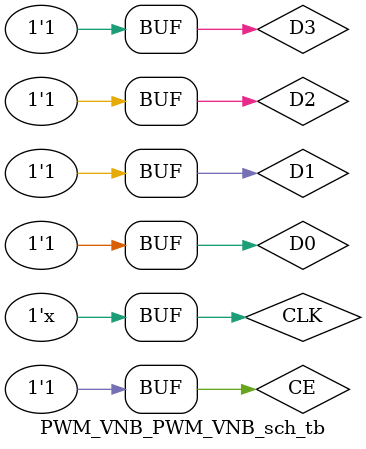
<source format=v>

`timescale 1ns / 1ps

module PWM_VNB_PWM_VNB_sch_tb();

// Inputs
   reg D0;
   reg D1;
   reg D2;
   reg D3;
   reg CLK;
   reg CE;

// Output
   wire PWM;
   wire Chk;

// Bidirs

// Instantiate the UUT
   PWM_VNB UUT (
		.D0(D0), 
		.D1(D1), 
		.D2(D2), 
		.D3(D3), 
		.CLK(CLK), 
		.PWM(PWM), 
		.CE(CE), 
		.Chk(Chk)
   );
// Initialize Inputs
   
       initial begin
		D0 = 1;
		D1 = 1;
		D2 = 1;
		D3 = 1;
		CLK = 1;
		CE = 1;
   end
	always begin
	CLK=~CLK;
	#50;
	end
endmodule

</source>
